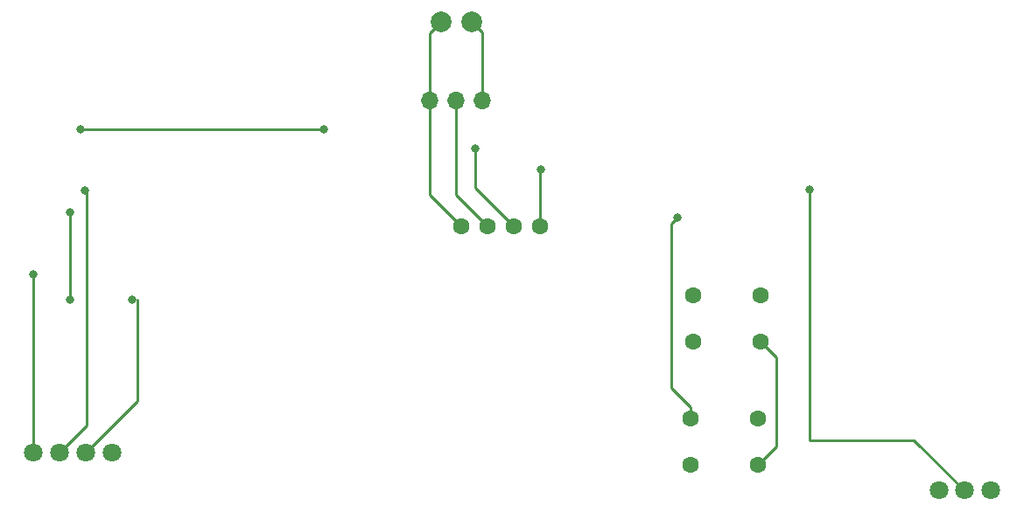
<source format=gbr>
%TF.GenerationSoftware,KiCad,Pcbnew,(7.0.0)*%
%TF.CreationDate,2025-03-31T13:01:06+03:00*%
%TF.ProjectId,test,74657374-2e6b-4696-9361-645f70636258,rev?*%
%TF.SameCoordinates,Original*%
%TF.FileFunction,Copper,L4,Bot*%
%TF.FilePolarity,Positive*%
%FSLAX46Y46*%
G04 Gerber Fmt 4.6, Leading zero omitted, Abs format (unit mm)*
G04 Created by KiCad (PCBNEW (7.0.0)) date 2025-03-31 13:01:06*
%MOMM*%
%LPD*%
G01*
G04 APERTURE LIST*
%TA.AperFunction,ComponentPad*%
%ADD10C,1.800000*%
%TD*%
%TA.AperFunction,ComponentPad*%
%ADD11O,1.700000X1.700000*%
%TD*%
%TA.AperFunction,ComponentPad*%
%ADD12C,1.600000*%
%TD*%
%TA.AperFunction,ComponentPad*%
%ADD13C,2.000000*%
%TD*%
%TA.AperFunction,ViaPad*%
%ADD14C,0.800000*%
%TD*%
%TA.AperFunction,Conductor*%
%ADD15C,0.250000*%
%TD*%
G04 APERTURE END LIST*
D10*
%TO.P,RV1,1,1*%
%TO.N,Net-(J1-Pin_3)*%
X211000000Y-101000000D03*
%TO.P,RV1,2,2*%
%TO.N,Net-(U2-IO0)*%
X213500000Y-101000000D03*
%TO.P,RV1,3,3*%
%TO.N,Net-(J1-Pin_2)*%
X216000000Y-101000000D03*
%TD*%
D11*
%TO.P,J1,1,Pin_1*%
%TO.N,Net-(J1-Pin_1)*%
X166862999Y-63245999D03*
%TO.P,J1,2,Pin_2*%
%TO.N,Net-(J1-Pin_2)*%
X164322999Y-63245999D03*
%TO.P,J1,3,Pin_3*%
%TO.N,Net-(J1-Pin_3)*%
X161782999Y-63245999D03*
%TD*%
D12*
%TO.P,S1,1*%
%TO.N,Net-(U2-IO10)*%
X187250000Y-82078000D03*
%TO.P,S1,2*%
%TO.N,unconnected-(S1-Pad2)*%
X193750000Y-82078000D03*
%TO.P,S1,3*%
%TO.N,unconnected-(S1-Pad3)*%
X187250000Y-86578000D03*
%TO.P,S1,4*%
%TO.N,Net-(J1-Pin_3)*%
X193750000Y-86578000D03*
%TD*%
%TO.P,U3,1,GND*%
%TO.N,Net-(J1-Pin_3)*%
X164846000Y-75438000D03*
%TO.P,U3,2,VCC*%
%TO.N,Net-(J1-Pin_2)*%
X167386000Y-75438000D03*
%TO.P,U3,3,SCL*%
%TO.N,Net-(U2-IO5)*%
X169926000Y-75438000D03*
%TO.P,U3,4,SDA*%
%TO.N,Net-(U2-IO4)*%
X172466000Y-75438000D03*
%TD*%
%TO.P,S2,1*%
%TO.N,Net-(U2-IO2)*%
X186996000Y-94016000D03*
%TO.P,S2,2*%
%TO.N,unconnected-(S2-Pad2)*%
X193496000Y-94016000D03*
%TO.P,S2,3*%
%TO.N,unconnected-(S2-Pad3)*%
X186996000Y-98516000D03*
%TO.P,S2,4*%
%TO.N,Net-(J1-Pin_3)*%
X193496000Y-98516000D03*
%TD*%
D13*
%TO.P,J2,1,Pin_1*%
%TO.N,Net-(J1-Pin_1)*%
X165847000Y-55626000D03*
%TO.P,J2,2,Pin_2*%
%TO.N,Net-(J1-Pin_3)*%
X162847000Y-55626000D03*
%TD*%
D10*
%TO.P,U1,1,VCC*%
%TO.N,Net-(J1-Pin_2)*%
X123444000Y-97301000D03*
%TO.P,U1,2,TRIG*%
%TO.N,Net-(U1-TRIG)*%
X125984000Y-97301000D03*
%TO.P,U1,3,ECHO*%
%TO.N,Net-(U1-ECHO)*%
X128524000Y-97301000D03*
%TO.P,U1,4,GND*%
%TO.N,Net-(J1-Pin_3)*%
X131064000Y-97301000D03*
%TD*%
D14*
%TO.N,Net-(U2-IO0)*%
X198506200Y-71880500D03*
%TO.N,Net-(U2-IO2)*%
X185739400Y-74550000D03*
%TO.N,Net-(U1-TRIG)*%
X128400000Y-71900000D03*
%TO.N,Net-(U1-ECHO)*%
X127000000Y-82500000D03*
X133000000Y-82550000D03*
X127000000Y-74000000D03*
%TO.N,Net-(U2-IO4)*%
X172500000Y-69900000D03*
%TO.N,Net-(U2-IO5)*%
X166150000Y-67900000D03*
%TO.N,Net-(J1-Pin_2)*%
X151500000Y-66000000D03*
X128000000Y-66000000D03*
X123444000Y-80028600D03*
%TD*%
D15*
%TO.N,Net-(J1-Pin_1)*%
X166863000Y-56642000D02*
X166863000Y-63246000D01*
X165847000Y-55626000D02*
X166863000Y-56642000D01*
%TO.N,Net-(U2-IO0)*%
X198506200Y-96104200D02*
X208604200Y-96104200D01*
X208604200Y-96104200D02*
X213500000Y-101000000D01*
X198506200Y-71880500D02*
X198506200Y-96104200D01*
%TO.N,Net-(U2-IO2)*%
X185150000Y-91089100D02*
X186996000Y-92935100D01*
X186996000Y-92935100D02*
X186996000Y-94016000D01*
X185739400Y-74550000D02*
X185150000Y-75139400D01*
X185150000Y-75139400D02*
X185150000Y-91089100D01*
%TO.N,Net-(U1-TRIG)*%
X128400000Y-71900000D02*
X128560500Y-72060500D01*
X128560500Y-72060500D02*
X128560500Y-94724500D01*
X128560500Y-94724500D02*
X125984000Y-97301000D01*
%TO.N,Net-(U1-ECHO)*%
X127000000Y-74000000D02*
X127000000Y-82500000D01*
X133499700Y-92325300D02*
X128524000Y-97301000D01*
X133499700Y-82550000D02*
X133499700Y-92325300D01*
%TO.N,Net-(U2-IO4)*%
X172466000Y-69934000D02*
X172466000Y-75438000D01*
X172500000Y-69900000D02*
X172466000Y-69934000D01*
%TO.N,Net-(U2-IO5)*%
X166150000Y-71662000D02*
X169926000Y-75438000D01*
X166150000Y-67900000D02*
X166150000Y-71662000D01*
%TO.N,Net-(J1-Pin_2)*%
X123444000Y-97301000D02*
X123444000Y-80028600D01*
X151500000Y-66000000D02*
X128000000Y-66000000D01*
X167386000Y-75438000D02*
X164323000Y-72375000D01*
X164323000Y-72375000D02*
X164323000Y-63246000D01*
%TO.N,Net-(J1-Pin_3)*%
X161783000Y-56690000D02*
X161783000Y-63246000D01*
X195250000Y-96762000D02*
X193496000Y-98516000D01*
X195250000Y-88078000D02*
X195250000Y-96762000D01*
X161783000Y-72375000D02*
X161783000Y-63246000D01*
X164846000Y-75438000D02*
X161783000Y-72375000D01*
X162847000Y-55626000D02*
X161783000Y-56690000D01*
X193750000Y-86578000D02*
X195250000Y-88078000D01*
%TD*%
M02*

</source>
